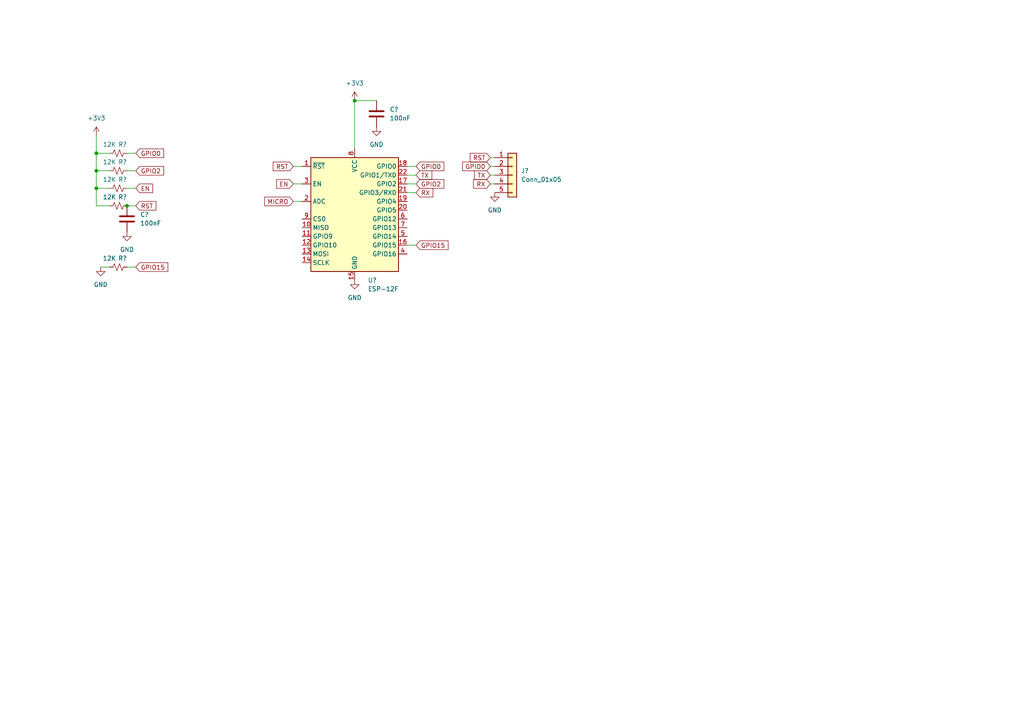
<source format=kicad_sch>
(kicad_sch (version 20211123) (generator eeschema)
  (paper "A4")
  (lib_symbols
    (symbol "Connector_Generic:Conn_01x05" (pin_names (offset 1.016) hide)
      (property "Reference" "J" (at 0 7.62 0))
      (property "Value" "Conn_01x05" (at 0 -7.62 0))
      (symbol "Conn_01x05_1_1"
        (rectangle (start -1.27 -4.953) (end 0 -5.207) (stroke (width 0.1524)))
        (rectangle (start -1.27 -2.413) (end 0 -2.667) (stroke (width 0.1524)))
        (rectangle (start -1.27 0.127) (end 0 -0.127) (stroke (width 0.1524)))
        (rectangle (start -1.27 2.667) (end 0 2.413) (stroke (width 0.1524)))
        (rectangle (start -1.27 5.207) (end 0 4.953) (stroke (width 0.1524)))
        (rectangle (start -1.27 6.35) (end 1.27 -6.35) (stroke (width 0.254)) (fill (type background)))
        (pin passive line (at -5.08 5.08 0) (length 3.81) (name "Pin_1") (number "1"))
        (pin passive line (at -5.08 2.54 0) (length 3.81) (name "Pin_2") (number "2"))
        (pin passive line (at -5.08 0 0) (length 3.81) (name "Pin_3") (number "3"))
        (pin passive line (at -5.08 -2.54 0) (length 3.81) (name "Pin_4") (number "4"))
        (pin passive line (at -5.08 -5.08 0) (length 3.81) (name "Pin_5") (number "5"))
      )
    )
    (symbol "Device:C" (pin_numbers hide) (pin_names (offset 0.254))
      (property "Reference" "C" (at 0.635 2.54 0))
      (property "Value" "C" (at 0.635 -2.54 0))
      (symbol "C_0_1"
        (polyline (pts (xy -2.032 -0.762) (xy 2.032 -0.762)) (stroke (width 0.508)))
        (polyline (pts (xy -2.032 0.762) (xy 2.032 0.762)) (stroke (width 0.508)))
      )
      (symbol "C_1_1"
        (pin passive line (at 0 3.81 270) (length 2.794) (name "~") (number "1"))
        (pin passive line (at 0 -3.81 90) (length 2.794) (name "~") (number "2"))
      )
    )
    (symbol "Device:R_Small_US" (pin_numbers hide) (pin_names (offset 0.254) hide)
      (property "Reference" "R" (at 0.762 0.508 0))
      (property "Value" "R_Small_US" (at 0.762 -1.016 0))
      (symbol "R_Small_US_1_1"
        (polyline (pts (xy 0 0) (xy 1.016 -0.381) (xy 0 -0.762) (xy -1.016 -1.143) (xy 0 -1.524)))
        (polyline (pts (xy 0 1.524) (xy 1.016 1.143) (xy 0 0.762) (xy -1.016 0.381) (xy 0 0)))
        (pin passive line (at 0 2.54 270) (length 1.016) (name "~") (number "1"))
        (pin passive line (at 0 -2.54 90) (length 1.016) (name "~") (number "2"))
      )
    )
    (symbol "RF_Module:ESP-12F"
      (property "Reference" "U" (at -12.7 19.05 0))
      (property "Value" "ESP-12F" (at 12.7 19.05 0))
      (symbol "ESP-12F_0_1"
        (rectangle (start -12.7 17.78) (end 12.7 -15.24) (stroke (width 0.254)) (fill (type background)))
      )
      (symbol "ESP-12F_1_1"
        (pin input line (at -15.24 15.24 0) (length 2.54) (name "~{RST}") (number "1"))
        (pin bidirectional line (at -15.24 -2.54 0) (length 2.54) (name "MISO") (number "10"))
        (pin bidirectional line (at -15.24 -5.08 0) (length 2.54) (name "GPIO9") (number "11"))
        (pin bidirectional line (at -15.24 -7.62 0) (length 2.54) (name "GPIO10") (number "12"))
        (pin bidirectional line (at -15.24 -10.16 0) (length 2.54) (name "MOSI") (number "13"))
        (pin bidirectional line (at -15.24 -12.7 0) (length 2.54) (name "SCLK") (number "14"))
        (pin power_in line (at 0 -17.78 90) (length 2.54) (name "GND") (number "15"))
        (pin bidirectional line (at 15.24 -7.62 180) (length 2.54) (name "GPIO15") (number "16"))
        (pin bidirectional line (at 15.24 10.16 180) (length 2.54) (name "GPIO2") (number "17"))
        (pin bidirectional line (at 15.24 15.24 180) (length 2.54) (name "GPIO0") (number "18"))
        (pin bidirectional line (at 15.24 5.08 180) (length 2.54) (name "GPIO4") (number "19"))
        (pin input line (at -15.24 5.08 0) (length 2.54) (name "ADC") (number "2"))
        (pin bidirectional line (at 15.24 2.54 180) (length 2.54) (name "GPIO5") (number "20"))
        (pin bidirectional line (at 15.24 7.62 180) (length 2.54) (name "GPIO3/RXD") (number "21"))
        (pin bidirectional line (at 15.24 12.7 180) (length 2.54) (name "GPIO1/TXD") (number "22"))
        (pin input line (at -15.24 10.16 0) (length 2.54) (name "EN") (number "3"))
        (pin bidirectional line (at 15.24 -10.16 180) (length 2.54) (name "GPIO16") (number "4"))
        (pin bidirectional line (at 15.24 -5.08 180) (length 2.54) (name "GPIO14") (number "5"))
        (pin bidirectional line (at 15.24 0 180) (length 2.54) (name "GPIO12") (number "6"))
        (pin bidirectional line (at 15.24 -2.54 180) (length 2.54) (name "GPIO13") (number "7"))
        (pin power_in line (at 0 20.32 270) (length 2.54) (name "VCC") (number "8"))
        (pin input line (at -15.24 0 0) (length 2.54) (name "CS0") (number "9"))
      )
    )
    (symbol "power:+3.3V" (power) (pin_names (offset 0))
      (property "Value" "+3.3V" (at 0 3.556 0))
      (symbol "+3.3V_0_1"
        (polyline (pts (xy -0.762 1.27) (xy 0 2.54)))
        (polyline (pts (xy 0 0) (xy 0 2.54)))
        (polyline (pts (xy 0 2.54) (xy 0.762 1.27)))
      )
      (symbol "+3.3V_1_1"
        (pin power_in line (at 0 0 90) (length 0) hide (name "+3V3") (number "1"))
      )
    )
    (symbol "power:GND" (power) (pin_names (offset 0))
      (property "Value" "GND" (at 0 -3.81 0))
      (symbol "GND_0_1"
        (polyline (pts (xy 0 0) (xy 0 -1.27) (xy 1.27 -1.27) (xy 0 -2.54) (xy -1.27 -1.27) (xy 0 -1.27)))
      )
      (symbol "GND_1_1"
        (pin power_in line (at 0 0 270) (length 0) hide (name "GND") (number "1"))
      )
    )
  )
  (junction (at 27.94 49.53))
  (junction (at 36.83 59.69))
  (junction (at 102.87 29.21))
  (junction (at 27.94 54.61))
  (junction (at 27.94 44.45))
  (wire (pts (xy 142.24 53.34) (xy 143.51 53.34)))
  (wire (pts (xy 118.11 50.8) (xy 120.65 50.8)))
  (wire (pts (xy 118.11 55.88) (xy 120.65 55.88)))
  (wire (pts (xy 27.94 59.69) (xy 31.75 59.69)))
  (wire (pts (xy 118.11 71.12) (xy 120.65 71.12)))
  (wire (pts (xy 36.83 54.61) (xy 39.37 54.61)))
  (wire (pts (xy 27.94 44.45) (xy 31.75 44.45)))
  (wire (pts (xy 118.11 53.34) (xy 120.65 53.34)))
  (wire (pts (xy 36.83 44.45) (xy 39.37 44.45)))
  (wire (pts (xy 85.09 53.34) (xy 87.63 53.34)))
  (wire (pts (xy 118.11 48.26) (xy 120.65 48.26)))
  (wire (pts (xy 27.94 54.61) (xy 31.75 54.61)))
  (wire (pts (xy 102.87 29.21) (xy 102.87 43.18)))
  (wire (pts (xy 27.94 49.53) (xy 31.75 49.53)))
  (wire (pts (xy 36.83 59.69) (xy 39.37 59.69)))
  (wire (pts (xy 142.24 50.8) (xy 143.51 50.8)))
  (wire (pts (xy 142.24 48.26) (xy 143.51 48.26)))
  (wire (pts (xy 85.09 58.42) (xy 87.63 58.42)))
  (wire (pts (xy 36.83 49.53) (xy 39.37 49.53)))
  (wire (pts (xy 27.94 44.45) (xy 27.94 49.53)))
  (wire (pts (xy 31.75 77.47) (xy 29.21 77.47)))
  (wire (pts (xy 85.09 48.26) (xy 87.63 48.26)))
  (wire (pts (xy 27.94 39.37) (xy 27.94 44.45)))
  (wire (pts (xy 142.24 45.72) (xy 143.51 45.72)))
  (wire (pts (xy 36.83 77.47) (xy 39.37 77.47)))
  (wire (pts (xy 27.94 49.53) (xy 27.94 54.61)))
  (wire (pts (xy 102.87 29.21) (xy 109.22 29.21)))
  (wire (pts (xy 27.94 54.61) (xy 27.94 59.69)))
  (global_label "RX" (shape input) (at 120.65 55.88 0) (property "Intersheet References" "${INTERSHEET_REFS}" (effects hide)))
  (global_label "TX" (shape input) (at 120.65 50.8 0) (property "Intersheet References" "${INTERSHEET_REFS}" (effects hide)))
  (global_label "GPIO2" (shape input) (at 39.37 49.53 0) (property "Intersheet References" "${INTERSHEET_REFS}" (effects hide)))
  (global_label "GPIO15" (shape input) (at 39.37 77.47 0) (property "Intersheet References" "${INTERSHEET_REFS}" (effects hide)))
  (global_label "GPIO0" (shape input) (at 120.65 48.26 0) (property "Intersheet References" "${INTERSHEET_REFS}" (effects hide)))
  (global_label "RST" (shape input) (at 85.09 48.26 180) (property "Intersheet References" "${INTERSHEET_REFS}" (effects hide)))
  (global_label "GPIO2" (shape input) (at 120.65 53.34 0) (property "Intersheet References" "${INTERSHEET_REFS}" (effects hide)))
  (global_label "RST" (shape input) (at 39.37 59.69 0) (property "Intersheet References" "${INTERSHEET_REFS}" (effects hide)))
  (global_label "RX" (shape input) (at 142.24 53.34 180) (property "Intersheet References" "${INTERSHEET_REFS}" (effects hide)))
  (global_label "EN" (shape input) (at 85.09 53.34 180) (property "Intersheet References" "${INTERSHEET_REFS}" (effects hide)))
  (global_label "TX" (shape input) (at 142.24 50.8 180) (property "Intersheet References" "${INTERSHEET_REFS}" (effects hide)))
  (global_label "RST" (shape input) (at 142.24 45.72 180) (property "Intersheet References" "${INTERSHEET_REFS}" (effects hide)))
  (global_label "MICRO" (shape input) (at 85.09 58.42 180) (property "Intersheet References" "${INTERSHEET_REFS}" (effects hide)))
  (global_label "GPIO0" (shape input) (at 142.24 48.26 180) (property "Intersheet References" "${INTERSHEET_REFS}" (effects hide)))
  (global_label "GPIO15" (shape input) (at 120.65 71.12 0) (property "Intersheet References" "${INTERSHEET_REFS}" (effects hide)))
  (global_label "EN" (shape input) (at 39.37 54.61 0) (property "Intersheet References" "${INTERSHEET_REFS}" (effects hide)))
  (global_label "GPIO0" (shape input) (at 39.37 44.45 0) (property "Intersheet References" "${INTERSHEET_REFS}" (effects hide)))
  (symbol (lib_id "Device:R_Small_US") (at 34.29 44.45 90) (unit 1)
    (property "Reference" "R?" (at 35.56 41.91 90))
    (property "Value" "12K" (at 31.75 41.91 90))
    (property "Footprint" "Resistor_SMD:R_0805_2012Metric_Pad1.20x1.40mm_HandSolder" (effects hide))
  )
  (symbol (lib_id "power:GND") (at 143.51 55.88 0) (unit 1)
    (property "Reference" "#PWR?" (effects hide))
    (property "Value" "GND" (at 143.51 60.96 0))
  )
  (symbol (lib_id "power:GND") (at 29.21 77.47 0) (unit 1)
    (property "Reference" "#PWR?" (effects hide))
    (property "Value" "GND" (at 29.21 82.55 0))
  )
  (symbol (lib_id "power:GND") (at 102.87 81.28 0) (unit 1)
    (property "Reference" "#PWR?" (effects hide))
    (property "Value" "GND" (at 102.87 86.36 0))
  )
  (symbol (lib_id "RF_Module:ESP-12F") (at 102.87 63.5 0) (unit 1)
    (property "Reference" "U?" (at 106.68 81.28 0) (effects (justify left)))
    (property "Value" "ESP-12F" (at 106.68 83.82 0) (effects (justify left)))
    (property "Footprint" "RF_Module:ESP-12E" (effects hide))
    (property "Datasheet" "http://wiki.ai-thinker.com/_media/esp8266/esp8266_series_modules_user_manual_v1.1.pdf" (effects hide))
  )
  (symbol (lib_id "power:GND") (at 109.22 36.83 0) (unit 1)
    (property "Reference" "#PWR?" (effects hide))
    (property "Value" "GND" (at 109.22 41.91 0))
  )
  (symbol (lib_id "power:+3.3V") (at 102.87 29.21 0) (unit 1)
    (property "Reference" "#PWR?" (effects hide))
    (property "Value" "+3.3V" (at 102.87 24.13 0))
  )
  (symbol (lib_id "power:GND") (at 36.83 67.31 0) (unit 1)
    (property "Reference" "#PWR?" (effects hide))
    (property "Value" "GND" (at 36.83 72.39 0))
  )
  (symbol (lib_id "Device:R_Small_US") (at 34.29 77.47 90) (unit 1)
    (property "Reference" "R?" (at 35.56 74.93 90))
    (property "Value" "12K" (at 31.75 74.93 90))
    (property "Footprint" "Resistor_SMD:R_0805_2012Metric_Pad1.20x1.40mm_HandSolder" (effects hide))
  )
  (symbol (lib_id "Device:R_Small_US") (at 34.29 49.53 90) (unit 1)
    (property "Reference" "R?" (at 35.56 46.99 90))
    (property "Value" "12K" (at 31.75 46.99 90))
    (property "Footprint" "Resistor_SMD:R_0805_2012Metric_Pad1.20x1.40mm_HandSolder" (effects hide))
  )
  (symbol (lib_id "Device:C") (at 36.83 63.5 0) (unit 1)
    (property "Reference" "C?" (at 40.64 62.2299 0) (effects (justify left)))
    (property "Value" "100nF" (at 40.64 64.7699 0) (effects (justify left)))
    (property "Footprint" "Capacitor_SMD:C_0805_2012Metric_Pad1.18x1.45mm_HandSolder" (effects hide))
  )
  (symbol (lib_id "power:+3.3V") (at 27.94 39.37 0) (unit 1)
    (property "Reference" "#PWR?" (effects hide))
    (property "Value" "+3.3V" (at 27.94 34.29 0))
  )
  (symbol (lib_id "Device:C") (at 109.22 33.02 0) (unit 1)
    (property "Reference" "C?" (at 113.03 31.7499 0) (effects (justify left)))
    (property "Value" "100nF" (at 113.03 34.2899 0) (effects (justify left)))
    (property "Footprint" "Capacitor_SMD:C_0805_2012Metric_Pad1.18x1.45mm_HandSolder" (effects hide))
  )
  (symbol (lib_id "Connector_Generic:Conn_01x05") (at 148.59 50.8 0) (unit 1)
    (property "Reference" "J?" (at 151.13 49.5299 0) (effects (justify left)))
    (property "Value" "Conn_01x05" (at 151.13 52.0699 0) (effects (justify left)))
    (property "Footprint" "Connector_PinSocket_2.54mm:PinSocket_1x05_P2.54mm_Vertical" (effects hide))
  )
  (symbol (lib_id "Device:R_Small_US") (at 34.29 54.61 90) (unit 1)
    (property "Reference" "R?" (at 35.56 52.07 90))
    (property "Value" "12K" (at 31.75 52.07 90))
    (property "Footprint" "Resistor_SMD:R_0805_2012Metric_Pad1.20x1.40mm_HandSolder" (effects hide))
  )
  (symbol (lib_id "Device:R_Small_US") (at 34.29 59.69 90) (unit 1)
    (property "Reference" "R?" (at 35.56 57.15 90))
    (property "Value" "12K" (at 31.75 57.15 90))
    (property "Footprint" "Resistor_SMD:R_0805_2012Metric_Pad1.20x1.40mm_HandSolder" (effects hide))
  )
)
</source>
